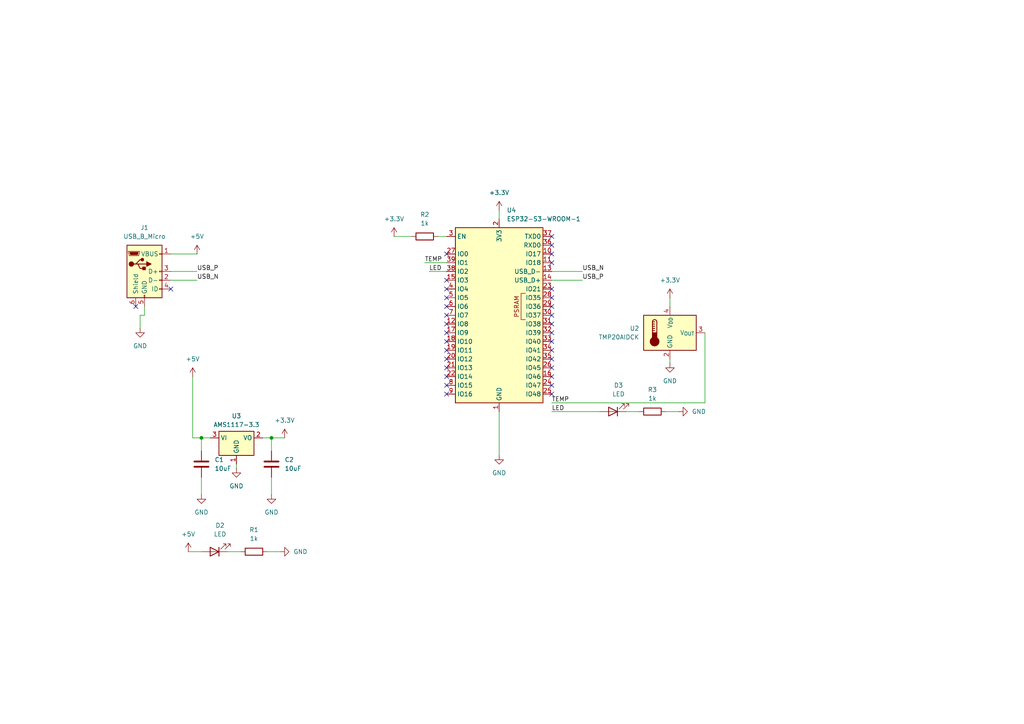
<source format=kicad_sch>
(kicad_sch (version 20231120) (generator "eeschema") (generator_version "8.0")
  (paper "A4")
  (lib_symbols
    (symbol "Connector:USB_B_Micro" (pin_names (offset 1.016))
      (property "Reference" "J" (at -5.08 11.43 0))
      (property "Value" "USB_B_Micro" (at -5.08 8.89 0))
      (symbol "USB_B_Micro_0_1"
        (rectangle (start -5.08 -7.62) (end 5.08 7.62) (stroke (width 0.254)) (fill (type background)))
        (circle (center -3.81 2.159) (radius 0.635) (stroke (width 0.254)) (fill (type outline)))
        (circle (center -0.635 3.429) (radius 0.381) (stroke (width 0.254)) (fill (type outline)))
        (rectangle (start -0.127 -7.62) (end 0.127 -6.858))
        (polyline (pts (xy -1.905 2.159) (xy 0.635 2.159)) (stroke (width 0.254)))
        (polyline (pts (xy -3.175 2.159) (xy -2.54 2.159) (xy -1.27 3.429) (xy -0.635 3.429)) (stroke (width 0.254)))
        (polyline (pts (xy -2.54 2.159) (xy -1.905 2.159) (xy -1.27 0.889) (xy 0 0.889)) (stroke (width 0.254)))
        (polyline (pts (xy 0.635 2.794) (xy 0.635 1.524) (xy 1.905 2.159) (xy 0.635 2.794)) (stroke (width 0.254)) (fill (type outline)))
        (polyline (pts (xy -4.318 5.588) (xy -1.778 5.588) (xy -2.032 4.826) (xy -4.064 4.826) (xy -4.318 5.588)) (fill (type outline)))
        (polyline (pts (xy -4.699 5.842) (xy -4.699 5.588) (xy -4.445 4.826) (xy -4.445 4.572) (xy -1.651 4.572) (xy -1.651 4.826) (xy -1.397 5.588) (xy -1.397 5.842) (xy -4.699 5.842)))
        (rectangle (start 0.254 1.27) (end -0.508 0.508) (stroke (width 0.254)) (fill (type outline)))
        (rectangle (start 5.08 -5.207) (end 4.318 -4.953))
        (rectangle (start 5.08 -2.667) (end 4.318 -2.413))
        (rectangle (start 5.08 -0.127) (end 4.318 0.127))
        (rectangle (start 5.08 4.953) (end 4.318 5.207))
      )
      (symbol "USB_B_Micro_1_1"
        (pin power_out line (at 7.62 5.08 180) (length 2.54) (name "VBUS") (number "1"))
        (pin bidirectional line (at 7.62 -2.54 180) (length 2.54) (name "D-") (number "2"))
        (pin bidirectional line (at 7.62 0 180) (length 2.54) (name "D+") (number "3"))
        (pin passive line (at 7.62 -5.08 180) (length 2.54) (name "ID") (number "4"))
        (pin power_out line (at 0 -10.16 90) (length 2.54) (name "GND") (number "5"))
        (pin passive line (at -2.54 -10.16 90) (length 2.54) (name "Shield") (number "6"))
      )
    )
    (symbol "Device:C" (pin_numbers hide) (pin_names (offset 0.254))
      (property "Reference" "C" (at 0.635 2.54 0))
      (property "Value" "C" (at 0.635 -2.54 0))
      (symbol "C_0_1"
        (polyline (pts (xy -2.032 -0.762) (xy 2.032 -0.762)) (stroke (width 0.508)))
        (polyline (pts (xy -2.032 0.762) (xy 2.032 0.762)) (stroke (width 0.508)))
      )
      (symbol "C_1_1"
        (pin passive line (at 0 3.81 270) (length 2.794) (name "~") (number "1"))
        (pin passive line (at 0 -3.81 90) (length 2.794) (name "~") (number "2"))
      )
    )
    (symbol "Device:LED" (pin_numbers hide) (pin_names (offset 1.016) hide)
      (property "Reference" "D" (at 0 2.54 0))
      (property "Value" "LED" (at 0 -2.54 0))
      (symbol "LED_0_1"
        (polyline (pts (xy -1.27 -1.27) (xy -1.27 1.27)) (stroke (width 0.254)))
        (polyline (pts (xy -1.27 0) (xy 1.27 0)))
        (polyline (pts (xy 1.27 -1.27) (xy 1.27 1.27) (xy -1.27 0) (xy 1.27 -1.27)) (stroke (width 0.254)))
        (polyline (pts (xy -3.048 -0.762) (xy -4.572 -2.286) (xy -3.81 -2.286) (xy -4.572 -2.286) (xy -4.572 -1.524)))
        (polyline (pts (xy -1.778 -0.762) (xy -3.302 -2.286) (xy -2.54 -2.286) (xy -3.302 -2.286) (xy -3.302 -1.524)))
      )
      (symbol "LED_1_1"
        (pin passive line (at -3.81 0 0) (length 2.54) (name "K") (number "1"))
        (pin passive line (at 3.81 0 180) (length 2.54) (name "A") (number "2"))
      )
    )
    (symbol "Device:R" (pin_numbers hide) (pin_names (offset 0))
      (property "Reference" "R" (at 2.032 0 90))
      (property "Value" "R" (at 0 0 90))
      (symbol "R_0_1"
        (rectangle (start -1.016 -2.54) (end 1.016 2.54) (stroke (width 0.254)))
      )
      (symbol "R_1_1"
        (pin passive line (at 0 3.81 270) (length 1.27) (name "~") (number "1"))
        (pin passive line (at 0 -3.81 90) (length 1.27) (name "~") (number "2"))
      )
    )
    (symbol "RF_Module:ESP32-S3-WROOM-1"
      (property "Reference" "U" (at -12.7 26.67 0))
      (property "Value" "ESP32-S3-WROOM-1" (at 12.7 26.67 0))
      (symbol "ESP32-S3-WROOM-1_0_0"
        (rectangle (start -12.7 25.4) (end 12.7 -25.4) (stroke (width 0.254)) (fill (type background)))
        (text "PSRAM" (at 5.08 2.54 900) (effects (font (size 1.27 1.27))))
      )
      (symbol "ESP32-S3-WROOM-1_0_1"
        (polyline (pts (xy 7.62 -1.27) (xy 6.35 -1.27) (xy 6.35 6.35) (xy 7.62 6.35)))
      )
      (symbol "ESP32-S3-WROOM-1_1_1"
        (pin power_in line (at 0 -27.94 90) (length 2.54) (name "GND") (number "1"))
        (pin bidirectional line (at 15.24 17.78 180) (length 2.54) (name "IO17") (number "10"))
        (pin bidirectional line (at 15.24 15.24 180) (length 2.54) (name "IO18") (number "11"))
        (pin bidirectional line (at -15.24 -2.54 0) (length 2.54) (name "IO8") (number "12"))
        (pin bidirectional line (at 15.24 12.7 180) (length 2.54) (name "USB_D-") (number "13"))
        (pin bidirectional line (at 15.24 10.16 180) (length 2.54) (name "USB_D+") (number "14"))
        (pin bidirectional line (at -15.24 10.16 0) (length 2.54) (name "IO3") (number "15"))
        (pin bidirectional line (at 15.24 -17.78 180) (length 2.54) (name "IO46") (number "16"))
        (pin bidirectional line (at -15.24 -5.08 0) (length 2.54) (name "IO9") (number "17"))
        (pin bidirectional line (at -15.24 -7.62 0) (length 2.54) (name "IO10") (number "18"))
        (pin bidirectional line (at -15.24 -10.16 0) (length 2.54) (name "IO11") (number "19"))
        (pin power_in line (at 0 27.94 270) (length 2.54) (name "3V3") (number "2"))
        (pin bidirectional line (at -15.24 -12.7 0) (length 2.54) (name "IO12") (number "20"))
        (pin bidirectional line (at -15.24 -15.24 0) (length 2.54) (name "IO13") (number "21"))
        (pin bidirectional line (at -15.24 -17.78 0) (length 2.54) (name "IO14") (number "22"))
        (pin bidirectional line (at 15.24 7.62 180) (length 2.54) (name "IO21") (number "23"))
        (pin bidirectional line (at 15.24 -20.32 180) (length 2.54) (name "IO47") (number "24"))
        (pin bidirectional line (at 15.24 -22.86 180) (length 2.54) (name "IO48") (number "25"))
        (pin bidirectional line (at 15.24 -15.24 180) (length 2.54) (name "IO45") (number "26"))
        (pin bidirectional line (at -15.24 17.78 0) (length 2.54) (name "IO0") (number "27"))
        (pin bidirectional line (at 15.24 5.08 180) (length 2.54) (name "IO35") (number "28"))
        (pin bidirectional line (at 15.24 2.54 180) (length 2.54) (name "IO36") (number "29"))
        (pin input line (at -15.24 22.86 0) (length 2.54) (name "EN") (number "3"))
        (pin bidirectional line (at 15.24 0 180) (length 2.54) (name "IO37") (number "30"))
        (pin bidirectional line (at 15.24 -2.54 180) (length 2.54) (name "IO38") (number "31"))
        (pin bidirectional line (at 15.24 -5.08 180) (length 2.54) (name "IO39") (number "32"))
        (pin bidirectional line (at 15.24 -7.62 180) (length 2.54) (name "IO40") (number "33"))
        (pin bidirectional line (at 15.24 -10.16 180) (length 2.54) (name "IO41") (number "34"))
        (pin bidirectional line (at 15.24 -12.7 180) (length 2.54) (name "IO42") (number "35"))
        (pin bidirectional line (at 15.24 20.32 180) (length 2.54) (name "RXD0") (number "36"))
        (pin bidirectional line (at 15.24 22.86 180) (length 2.54) (name "TXD0") (number "37"))
        (pin bidirectional line (at -15.24 12.7 0) (length 2.54) (name "IO2") (number "38"))
        (pin bidirectional line (at -15.24 15.24 0) (length 2.54) (name "IO1") (number "39"))
        (pin bidirectional line (at -15.24 7.62 0) (length 2.54) (name "IO4") (number "4"))
        (pin passive line (at 0 -27.94 90) (length 2.54) hide (name "GND") (number "40"))
        (pin passive line (at 0 -27.94 90) (length 2.54) hide (name "GND") (number "41"))
        (pin bidirectional line (at -15.24 5.08 0) (length 2.54) (name "IO5") (number "5"))
        (pin bidirectional line (at -15.24 2.54 0) (length 2.54) (name "IO6") (number "6"))
        (pin bidirectional line (at -15.24 0 0) (length 2.54) (name "IO7") (number "7"))
        (pin bidirectional line (at -15.24 -20.32 0) (length 2.54) (name "IO15") (number "8"))
        (pin bidirectional line (at -15.24 -22.86 0) (length 2.54) (name "IO16") (number "9"))
      )
    )
    (symbol "Regulator_Linear:AMS1117-3.3"
      (property "Reference" "U" (at -3.81 3.175 0))
      (property "Value" "AMS1117-3.3" (at 0 3.175 0))
      (symbol "AMS1117-3.3_0_1"
        (rectangle (start -5.08 -5.08) (end 5.08 1.905) (stroke (width 0.254)) (fill (type background)))
      )
      (symbol "AMS1117-3.3_1_1"
        (pin power_in line (at 0 -7.62 90) (length 2.54) (name "GND") (number "1"))
        (pin power_out line (at 7.62 0 180) (length 2.54) (name "VO") (number "2"))
        (pin power_in line (at -7.62 0 0) (length 2.54) (name "VI") (number "3"))
      )
    )
    (symbol "Sensor_Temperature:TMP20AIDCK"
      (property "Reference" "U" (at -6.35 6.35 0))
      (property "Value" "TMP20AIDCK" (at 1.27 6.35 0))
      (symbol "TMP20AIDCK_0_1"
        (rectangle (start -7.62 5.08) (end 7.62 -5.08) (stroke (width 0.254)) (fill (type background)))
        (circle (center -4.445 -2.54) (radius 1.27) (stroke (width 0.254)) (fill (type outline)))
        (rectangle (start -3.81 -1.905) (end -5.08 0) (stroke (width 0.254)) (fill (type outline)))
        (arc (start -3.81 3.175) (mid -4.445 3.8073) (end -5.08 3.175) (stroke (width 0.254)))
        (polyline (pts (xy -5.08 0.635) (xy -4.445 0.635)) (stroke (width 0.254)))
        (polyline (pts (xy -5.08 1.27) (xy -4.445 1.27)) (stroke (width 0.254)))
        (polyline (pts (xy -5.08 1.905) (xy -4.445 1.905)) (stroke (width 0.254)))
        (polyline (pts (xy -5.08 2.54) (xy -4.445 2.54)) (stroke (width 0.254)))
        (polyline (pts (xy -5.08 3.175) (xy -5.08 0)) (stroke (width 0.254)))
        (polyline (pts (xy -5.08 3.175) (xy -4.445 3.175)) (stroke (width 0.254)))
        (polyline (pts (xy -3.81 3.175) (xy -3.81 0)) (stroke (width 0.254)))
      )
      (symbol "TMP20AIDCK_1_1"
        (pin no_connect line (at 10.16 -2.54 180) (length 2.54) hide (name "NC") (number "1"))
        (pin power_in line (at 0 -7.62 90) (length 2.54) (name "GND") (number "2"))
        (pin output line (at 10.16 0 180) (length 2.54) (name "V_{OUT}") (number "3"))
        (pin power_in line (at 0 7.62 270) (length 2.54) (name "V_{DD}") (number "4"))
        (pin passive line (at 0 -7.62 90) (length 2.54) hide (name "GND") (number "5"))
      )
    )
    (symbol "power:+3.3V" (power) (pin_numbers hide) (pin_names (offset 0) hide)
      (property "Value" "+3.3V" (at 0 3.556 0))
      (symbol "+3.3V_0_1"
        (polyline (pts (xy -0.762 1.27) (xy 0 2.54)))
        (polyline (pts (xy 0 0) (xy 0 2.54)))
        (polyline (pts (xy 0 2.54) (xy 0.762 1.27)))
      )
      (symbol "+3.3V_1_1"
        (pin power_in line (at 0 0 90) (length 0) (name "~") (number "1"))
      )
    )
    (symbol "power:+5V" (power) (pin_numbers hide) (pin_names (offset 0) hide)
      (property "Value" "+5V" (at 0 3.556 0))
      (symbol "+5V_0_1"
        (polyline (pts (xy -0.762 1.27) (xy 0 2.54)))
        (polyline (pts (xy 0 0) (xy 0 2.54)))
        (polyline (pts (xy 0 2.54) (xy 0.762 1.27)))
      )
      (symbol "+5V_1_1"
        (pin power_in line (at 0 0 90) (length 0) (name "~") (number "1"))
      )
    )
    (symbol "power:GND" (power) (pin_numbers hide) (pin_names (offset 0) hide)
      (property "Value" "GND" (at 0 -3.81 0))
      (symbol "GND_0_1"
        (polyline (pts (xy 0 0) (xy 0 -1.27) (xy 1.27 -1.27) (xy 0 -2.54) (xy -1.27 -1.27) (xy 0 -1.27)))
      )
      (symbol "GND_1_1"
        (pin power_in line (at 0 0 270) (length 0) (name "~") (number "1"))
      )
    )
  )
  (junction (at 58.42 127))
  (junction (at 78.74 127))
  (no_connect (at 160.02 93.98))
  (no_connect (at 160.02 109.22))
  (no_connect (at 160.02 104.14))
  (no_connect (at 129.54 83.82))
  (no_connect (at 160.02 114.3))
  (no_connect (at 39.37 88.9))
  (no_connect (at 129.54 88.9))
  (no_connect (at 160.02 101.6))
  (no_connect (at 160.02 111.76))
  (no_connect (at 129.54 93.98))
  (no_connect (at 160.02 106.68))
  (no_connect (at 129.54 104.14))
  (no_connect (at 129.54 81.28))
  (no_connect (at 160.02 73.66))
  (no_connect (at 160.02 76.2))
  (no_connect (at 160.02 91.44))
  (no_connect (at 129.54 106.68))
  (no_connect (at 160.02 88.9))
  (no_connect (at 49.53 83.82))
  (no_connect (at 160.02 68.58))
  (no_connect (at 129.54 86.36))
  (no_connect (at 160.02 83.82))
  (no_connect (at 160.02 99.06))
  (no_connect (at 129.54 109.22))
  (no_connect (at 129.54 99.06))
  (no_connect (at 160.02 86.36))
  (no_connect (at 129.54 114.3))
  (no_connect (at 129.54 101.6))
  (no_connect (at 129.54 111.76))
  (no_connect (at 160.02 71.12))
  (no_connect (at 129.54 73.66))
  (no_connect (at 129.54 96.52))
  (no_connect (at 129.54 91.44))
  (no_connect (at 160.02 96.52))
  (wire (pts (xy 124.46 78.74) (xy 129.54 78.74)))
  (wire (pts (xy 114.3 68.58) (xy 119.38 68.58)))
  (wire (pts (xy 68.58 134.62) (xy 68.58 135.89)))
  (wire (pts (xy 78.74 127) (xy 78.74 130.81)))
  (wire (pts (xy 55.88 109.22) (xy 55.88 127)))
  (wire (pts (xy 160.02 81.28) (xy 168.91 81.28)))
  (wire (pts (xy 49.53 78.74) (xy 57.15 78.74)))
  (wire (pts (xy 40.64 91.44) (xy 41.91 91.44)))
  (wire (pts (xy 127 68.58) (xy 129.54 68.58)))
  (wire (pts (xy 181.61 119.38) (xy 185.42 119.38)))
  (wire (pts (xy 40.64 91.44) (xy 40.64 95.25)))
  (wire (pts (xy 78.74 127) (xy 82.55 127)))
  (wire (pts (xy 193.04 119.38) (xy 196.85 119.38)))
  (wire (pts (xy 204.47 96.52) (xy 204.47 116.84)))
  (wire (pts (xy 194.31 104.14) (xy 194.31 105.41)))
  (wire (pts (xy 58.42 127) (xy 58.42 130.81)))
  (wire (pts (xy 54.61 160.02) (xy 58.42 160.02)))
  (wire (pts (xy 77.47 160.02) (xy 81.28 160.02)))
  (wire (pts (xy 41.91 88.9) (xy 41.91 91.44)))
  (wire (pts (xy 123.19 76.2) (xy 129.54 76.2)))
  (wire (pts (xy 76.2 127) (xy 78.74 127)))
  (wire (pts (xy 204.47 116.84) (xy 160.02 116.84)))
  (wire (pts (xy 55.88 127) (xy 58.42 127)))
  (wire (pts (xy 194.31 86.36) (xy 194.31 88.9)))
  (wire (pts (xy 49.53 73.66) (xy 57.15 73.66)))
  (wire (pts (xy 66.04 160.02) (xy 69.85 160.02)))
  (wire (pts (xy 78.74 138.43) (xy 78.74 143.51)))
  (wire (pts (xy 49.53 81.28) (xy 57.15 81.28)))
  (wire (pts (xy 58.42 138.43) (xy 58.42 143.51)))
  (wire (pts (xy 144.78 119.38) (xy 144.78 132.08)))
  (wire (pts (xy 58.42 127) (xy 60.96 127)))
  (wire (pts (xy 160.02 119.38) (xy 173.99 119.38)))
  (wire (pts (xy 160.02 78.74) (xy 168.91 78.74)))
  (wire (pts (xy 144.78 60.96) (xy 144.78 63.5)))
  (label "USB_N" (at 168.91 78.74 0))
  (label "LED" (at 160.02 119.38 0))
  (label "USB_P" (at 168.91 81.28 0))
  (label "USB_P" (at 57.15 78.74 0))
  (label "TEMP" (at 160.02 116.84 0))
  (label "LED" (at 124.46 78.74 0))
  (label "TEMP" (at 123.19 76.2 0))
  (label "USB_N" (at 57.15 81.28 0))
  (symbol (lib_id "power:GND") (at 194.31 105.41 0) (unit 1)
    (property "Reference" "#PWR2" (effects (hide yes)))
    (property "Value" "GND" (at 194.31 110.49 0))
    (property "Description" "Power symbol creates a global label with name \"GND\" , ground" (effects (hide yes)))
  )
  (symbol (lib_id "RF_Module:ESP32-S3-WROOM-1") (at 144.78 91.44 0) (unit 1)
    (property "Reference" "U4" (at 146.9741 60.96 0) (effects (justify left)))
    (property "Value" "ESP32-S3-WROOM-1" (at 146.9741 63.5 0) (effects (justify left)))
    (property "Footprint" "RF_Module:ESP32-S3-WROOM-1" (effects (hide yes)))
    (property "Datasheet" "https://www.espressif.com/sites/default/files/documentation/esp32-s3-wroom-1_wroom-1u_datasheet_en.pdf" (effects (hide yes)))
    (property "Description" "RF Module, ESP32-S3 SoC, Wi-Fi 802.11b/g/n, Bluetooth, BLE, 32-bit, 3.3V, onboard antenna, SMD" (effects (hide yes)))
  )
  (symbol (lib_id "Regulator_Linear:AMS1117-3.3") (at 68.58 127 0) (unit 1)
    (property "Reference" "U3" (at 68.58 120.65 0))
    (property "Value" "AMS1117-3.3" (at 68.58 123.19 0))
    (property "Footprint" "Package_TO_SOT_SMD:SOT-223-3_TabPin2" (effects (hide yes)))
    (property "Datasheet" "http://www.advanced-monolithic.com/pdf/ds1117.pdf" (effects (hide yes)))
    (property "Description" "1A Low Dropout regulator, positive, 3.3V fixed output, SOT-223" (effects (hide yes)))
  )
  (symbol (lib_id "Device:C") (at 58.42 134.62 0) (unit 1)
    (property "Reference" "C1" (at 62.23 133.3499 0) (effects (justify left)))
    (property "Value" "10uF" (at 62.23 135.8899 0) (effects (justify left)))
    (property "Footprint" "Capacitor_SMD:C_0201_0603Metric" (effects (hide yes)))
    (property "Description" "Unpolarized capacitor" (effects (hide yes)))
  )
  (symbol (lib_id "Device:LED") (at 62.23 160.02 180) (unit 1)
    (property "Reference" "D2" (at 63.8175 152.4 0))
    (property "Value" "LED" (at 63.8175 154.94 0))
    (property "Footprint" "LED_SMD:LED_0201_0603Metric" (effects (hide yes)))
    (property "Description" "Light emitting diode" (effects (hide yes)))
  )
  (symbol (lib_id "power:+3.3V") (at 114.3 68.58 0) (unit 1)
    (property "Reference" "#PWR14" (effects (hide yes)))
    (property "Value" "+3.3V" (at 114.3 63.5 0))
    (property "Description" "Power symbol creates a global label with name \"+3.3V\"" (effects (hide yes)))
  )
  (symbol (lib_id "Connector:USB_B_Micro") (at 41.91 78.74 0) (unit 1)
    (property "Reference" "J1" (at 41.91 66.04 0))
    (property "Value" "USB_B_Micro" (at 41.91 68.58 0))
    (property "Footprint" "Connector_USB:USB_Micro-B_Amphenol_10118194-0001LF_Horizontal" (effects (hide yes)))
    (property "Description" "USB Micro Type B connector" (effects (hide yes)))
  )
  (symbol (lib_id "power:+3.3V") (at 144.78 60.96 0) (unit 1)
    (property "Reference" "#PWR12" (effects (hide yes)))
    (property "Value" "+3.3V" (at 144.78 55.88 0))
    (property "Description" "Power symbol creates a global label with name \"+3.3V\"" (effects (hide yes)))
  )
  (symbol (lib_id "Device:R") (at 189.23 119.38 90) (unit 1)
    (property "Reference" "R3" (at 189.23 113.03 90))
    (property "Value" "1k" (at 189.23 115.57 90))
    (property "Footprint" "Resistor_SMD:R_0201_0603Metric" (effects (hide yes)))
    (property "Description" "Resistor" (effects (hide yes)))
  )
  (symbol (lib_id "power:+5V") (at 55.88 109.22 0) (unit 1)
    (property "Reference" "#PWR10" (effects (hide yes)))
    (property "Value" "+5V" (at 55.88 104.14 0))
    (property "Description" "Power symbol creates a global label with name \"+5V\"" (effects (hide yes)))
  )
  (symbol (lib_id "power:+3.3V") (at 194.31 86.36 0) (unit 1)
    (property "Reference" "#PWR3" (effects (hide yes)))
    (property "Value" "+3.3V" (at 194.31 81.28 0))
    (property "Description" "Power symbol creates a global label with name \"+3.3V\"" (effects (hide yes)))
  )
  (symbol (lib_id "power:GND") (at 196.85 119.38 90) (unit 1)
    (property "Reference" "#PWR16" (effects (hide yes)))
    (property "Value" "GND" (at 200.66 119.3799 90) (effects (justify right)))
    (property "Description" "Power symbol creates a global label with name \"GND\" , ground" (effects (hide yes)))
  )
  (symbol (lib_id "power:+5V") (at 54.61 160.02 0) (unit 1)
    (property "Reference" "#PWR13" (effects (hide yes)))
    (property "Value" "+5V" (at 54.61 154.94 0))
    (property "Description" "Power symbol creates a global label with name \"+5V\"" (effects (hide yes)))
  )
  (symbol (lib_id "power:GND") (at 78.74 143.51 0) (unit 1)
    (property "Reference" "#PWR6" (effects (hide yes)))
    (property "Value" "GND" (at 78.74 148.59 0))
    (property "Description" "Power symbol creates a global label with name \"GND\" , ground" (effects (hide yes)))
  )
  (symbol (lib_id "Device:C") (at 78.74 134.62 0) (unit 1)
    (property "Reference" "C2" (at 82.55 133.3499 0) (effects (justify left)))
    (property "Value" "10uF" (at 82.55 135.8899 0) (effects (justify left)))
    (property "Footprint" "Capacitor_SMD:C_0201_0603Metric" (effects (hide yes)))
    (property "Description" "Unpolarized capacitor" (effects (hide yes)))
  )
  (symbol (lib_id "Device:R") (at 73.66 160.02 90) (unit 1)
    (property "Reference" "R1" (at 73.66 153.67 90))
    (property "Value" "1k" (at 73.66 156.21 90))
    (property "Footprint" "Resistor_SMD:R_0201_0603Metric" (effects (hide yes)))
    (property "Description" "Resistor" (effects (hide yes)))
  )
  (symbol (lib_id "power:GND") (at 68.58 135.89 0) (unit 1)
    (property "Reference" "#PWR4" (effects (hide yes)))
    (property "Value" "GND" (at 68.58 140.97 0))
    (property "Description" "Power symbol creates a global label with name \"GND\" , ground" (effects (hide yes)))
  )
  (symbol (lib_id "Device:R") (at 123.19 68.58 90) (unit 1)
    (property "Reference" "R2" (at 123.19 62.23 90))
    (property "Value" "1k" (at 123.19 64.77 90))
    (property "Footprint" "Resistor_SMD:R_0201_0603Metric" (effects (hide yes)))
    (property "Description" "Resistor" (effects (hide yes)))
  )
  (symbol (lib_id "power:+5V") (at 57.15 73.66 0) (unit 1)
    (property "Reference" "#PWR9" (effects (hide yes)))
    (property "Value" "+5V" (at 57.15 68.58 0))
    (property "Description" "Power symbol creates a global label with name \"+5V\"" (effects (hide yes)))
  )
  (symbol (lib_id "Sensor_Temperature:TMP20AIDCK") (at 194.31 96.52 0) (unit 1)
    (property "Reference" "U2" (at 185.42 95.2499 0) (effects (justify right)))
    (property "Value" "TMP20AIDCK" (at 185.42 97.7899 0) (effects (justify right)))
    (property "Footprint" "Package_TO_SOT_SMD:SOT-353_SC-70-5" (effects (hide yes)))
    (property "Datasheet" "http://www.ti.com/lit/ds/symlink/tmp20.pdf" (effects (hide yes)))
    (property "Description" "Analog thermistor temperature sensor, ±2.5C accuracy, -55C to +130C, SC-70-5" (effects (hide yes)))
  )
  (symbol (lib_id "power:GND") (at 144.78 132.08 0) (unit 1)
    (property "Reference" "#PWR8" (effects (hide yes)))
    (property "Value" "GND" (at 144.78 137.16 0))
    (property "Description" "Power symbol creates a global label with name \"GND\" , ground" (effects (hide yes)))
  )
  (symbol (lib_id "power:+3.3V") (at 82.55 127 0) (unit 1)
    (property "Reference" "#PWR11" (effects (hide yes)))
    (property "Value" "+3.3V" (at 82.55 121.92 0))
    (property "Description" "Power symbol creates a global label with name \"+3.3V\"" (effects (hide yes)))
  )
  (symbol (lib_id "power:GND") (at 81.28 160.02 90) (unit 1)
    (property "Reference" "#PWR7" (effects (hide yes)))
    (property "Value" "GND" (at 85.09 160.0199 90) (effects (justify right)))
    (property "Description" "Power symbol creates a global label with name \"GND\" , ground" (effects (hide yes)))
  )
  (symbol (lib_id "Device:LED") (at 177.8 119.38 180) (unit 1)
    (property "Reference" "D3" (at 179.3875 111.76 0))
    (property "Value" "LED" (at 179.3875 114.3 0))
    (property "Footprint" "LED_SMD:LED_0201_0603Metric" (effects (hide yes)))
    (property "Description" "Light emitting diode" (effects (hide yes)))
  )
  (symbol (lib_id "power:GND") (at 40.64 95.25 0) (unit 1)
    (property "Reference" "#PWR1" (effects (hide yes)))
    (property "Value" "GND" (at 40.64 100.33 0))
    (property "Description" "Power symbol creates a global label with name \"GND\" , ground" (effects (hide yes)))
  )
  (symbol (lib_id "power:GND") (at 58.42 143.51 0) (unit 1)
    (property "Reference" "#PWR5" (effects (hide yes)))
    (property "Value" "GND" (at 58.42 148.59 0))
    (property "Description" "Power symbol creates a global label with name \"GND\" , ground" (effects (hide yes)))
  )
)
</source>
